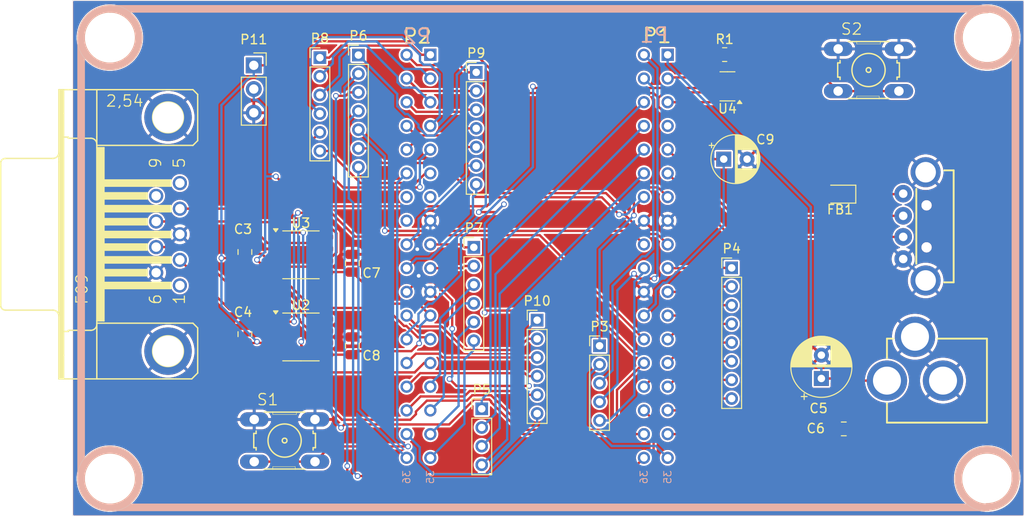
<source format=kicad_pcb>
(kicad_pcb (version 20241229) (generator "pcbnew") (generator_version "9.0")
  (title_block (date "2025-04-01"))
  (layers (0 "F.Cu" signal) (2 "B.Cu" signal) (13 "F.Paste" user) (15 "B.Paste" user) (5 "F.SilkS" user "F.Silkscreen") (7 "B.SilkS" user "B.Silkscreen") (1 "F.Mask" user) (3 "B.Mask" user) (25 "Edge.Cuts" user))
  (net 0 "")
  (net 1 "GND")
  (net 2 "Net-(P1-GND)")
  (net 3 "/USB1.D+")
  (net 4 "/USB1.D-")
  (net 5 "Net-(U1A-VIN_5V)")
  (net 6 "/AIN.VREF+")
  (net 7 "Net-(P4-Pin_5)")
  (net 8 "Net-(P4-Pin_4)")
  (net 9 "Net-(P4-Pin_2)")
  (net 10 "Net-(P4-Pin_3)")
  (net 11 "Net-(P4-Pin_1)")
  (net 12 "Net-(P6-Pin_3)")
  (net 13 "Net-(P6-Pin_1)")
  (net 14 "Net-(P6-Pin_4)")
  (net 15 "Net-(P6-Pin_2)")
  (net 16 "Net-(P7-Pin_6)")
  (net 17 "Net-(P7-Pin_1)")
  (net 18 "Net-(P7-Pin_2)")
  (net 19 "Net-(P7-Pin_4)")
  (net 20 "Net-(P7-Pin_3)")
  (net 21 "Net-(P7-Pin_5)")
  (net 22 "Net-(P4-Pin_6)")
  (net 23 "Net-(P6-Pin_6)")
  (net 24 "Net-(P11-Pin_1)")
  (net 25 "+3V3")
  (net 26 "Net-(U2-CANH)")
  (net 27 "Net-(U2-CANL)")
  (net 28 "Net-(U3-CANL)")
  (net 29 "Net-(U3-CANH)")
  (net 32 "/LCD_RST")
  (net 33 "Net-(S1-P)")
  (net 34 "Net-(S2-P)")
  (net 35 "Net-(U1B-CAN1.TX)")
  (net 36 "Net-(U1B-CAN1.RX)")
  (net 37 "Net-(P4-Pin_7)")
  (net 41 "Net-(U1A-CAN0.TX)")
  (net 42 "Net-(U1A-CAN0.RX)")
  (net 44 "Net-(U1A-USB1.VBUS)")
  (net 45 "Net-(U1A-USB1.DRVVBUS)")
  (net 47 "/LCD_CS")
  (net 48 "Net-(P4-Pin_8)")
  (net 49 "Net-(P8-Pin_6)")
  (net 50 "/SPI2.CS")
  (net 51 "/SPI2.MISO")
  (net 52 "Net-(P8-Pin_4)")
  (net 53 "Net-(P8-Pin_1)")
  (net 54 "/SPI2.CLK")
  (net 55 "Net-(P8-Pin_5)")
  (net 56 "Net-(P8-Pin_3)")
  (net 57 "/LCD_RS")
  (net 58 "Net-(P8-Pin_2)")
  (net 59 "Net-(P9-Pin_6)")
  (net 60 "Net-(P9-Pin_4)")
  (net 61 "Net-(P9-Pin_5)")
  (net 62 "Net-(P9-Pin_1)")
  (net 63 "/SPI2.MOSI")
  (net 64 "Net-(P9-Pin_2)")
  (net 65 "/LCD_RD")
  (net 66 "Net-(P9-Pin_3)")
  (net 67 "/LCD_WR")
  (net 68 "Net-(P6-Pin_7)")
  (net 69 "Net-(P9-Pin_7)")
  (net 70 "Net-(P10-Pin_5)")
  (net 71 "Net-(P10-Pin_2)")
  (net 72 "Net-(P10-Pin_4)")
  (net 73 "Net-(P10-Pin_3)")
  (net 74 "Net-(P10-Pin_1)")
  (net 75 "Net-(P10-Pin_6)")
  (footprint "Capacitor_SMD:C_0805_2012Metric" (layer "F.Cu") (at 175.55 123.3 180)
    (property "Reference" "C6")
    (property "Value" "0.1uF")
  )
  (footprint "Connector_PinHeader_2.00mm:PinHeader_1x06_P2.00mm_Vertical" (layer "F.Cu") (at 119.475 83.525)
    (property "Reference" "P8")
    (property "Value" "GPIO3")
  )
  (footprint "Package_SO:SO-8_3.9x4.9mm_P1.27mm" (layer "F.Cu") (at 117.45 113.45)
    (property "Reference" "U2")
    (property "Value" "MCP2562-E-P")
  )
  (footprint "Connector_PinHeader_2.00mm:PinHeader_1x07_P2.00mm_Vertical" (layer "F.Cu") (at 136.21 85.1)
    (property "Reference" "P9")
    (property "Value" "GPIO4")
  )
  (footprint "Connector_PinHeader_2.00mm:PinHeader_1x05_P2.00mm_Vertical" (layer "F.Cu") (at 149.41 114.4)
    (property "Reference" "P3")
    (property "Value" "LCD Control pins")
  )
  (footprint "catu:USB-A-H" (layer "F.Cu") (at 184.3102 101.6 180)
    (property "Reference" "P1" (hide yes))
    (property "Value" "USB-A-H" (hide yes))
  )
  (footprint "catu:B3F-10XX" (layer "F.Cu") (at 115.7 124.55)
    (property "Reference" "S1")
    (property "Value" "Power")
  )
  (footprint "Connector_PinHeader_2.00mm:PinHeader_1x06_P2.00mm_Vertical" (layer "F.Cu") (at 135.95 103.85)
    (property "Reference" "P7")
    (property "Value" "GPIO2")
  )
  (footprint "Capacitor_THT:CP_Radial_D6.3mm_P2.50mm" (layer "F.Cu") (at 173.15 117.9 90)
    (property "Reference" "C5")
    (property "Value" "47uF")
  )
  (footprint "Capacitor_SMD:C_0805_2012Metric" (layer "F.Cu") (at 111.45 113.15 90)
    (property "Reference" "C4")
    (property "Value" "0.1uF")
  )
  (footprint "catu:POWER_JACK_PTH" (layer "F.Cu") (at 193.8711 118.1287 90)
    (property "Reference" "P2" (hide yes))
    (property "Value" "POWER_JACKPTH" (hide yes))
  )
  (footprint "Resistor_SMD:R_0805_2012Metric" (layer "F.Cu") (at 162.8 83.2)
    (property "Reference" "R1")
    (property "Value" "4.7k")
  )
  (footprint "Capacitor_SMD:C_0805_2012Metric" (layer "F.Cu") (at 122.95 105.55 90)
    (property "Reference" "C7")
    (property "Value" "0.1uF")
  )
  (footprint "Connector_PinHeader_2.00mm:PinHeader_1x06_P2.00mm_Vertical" (layer "F.Cu") (at 142.73 111.65)
    (property "Reference" "P10")
    (property "Value" "GPIO5")
  )
  (footprint "Package_SO:SO-8_3.9x4.9mm_P1.27mm" (layer "F.Cu") (at 117.45 104.65)
    (property "Reference" "U3")
    (property "Value" "MCP2562-E-P")
  )
  (footprint "Connector_PinSocket_2.54mm:PinSocket_1x03_P2.54mm_Vertical" (layer "F.Cu") (at 112.4 84.35)
    (property "Reference" "P11")
    (property "Value" "Supply")
  )
  (footprint "Capacitor_SMD:C_0805_2012Metric" (layer "F.Cu") (at 111.45 104.35 90)
    (property "Reference" "C3")
    (property "Value" "0.1uF")
  )
  (footprint "Connector_PinHeader_2.00mm:PinHeader_1x08_P2.00mm_Vertical" (layer "F.Cu") (at 163.55 106.05)
    (property "Reference" "P4")
    (property "Value" "LCD Data Bus")
  )
  (footprint "Connector_PinHeader_2.00mm:PinHeader_1x04_P2.00mm_Vertical" (layer "F.Cu") (at 136.8 121.15)
    (property "Reference" "P5")
    (property "Value" "LCD SD SPI")
  )
  (footprint "Capacitor_THT:CP_Radial_D5.0mm_P2.50mm" (layer "F.Cu") (at 162.7 94.4)
    (property "Reference" "C9")
    (property "Value" "10uF")
  )
  (footprint "Package_TO_SOT_SMD:SOT-23-5" (layer "F.Cu") (at 163.1 86.6 180)
    (property "Reference" "U4")
    (property "Value" "TPS2051CDBV")
  )
  (footprint "catu:B3F-10XX" (layer "F.Cu") (at 178.2 84.85)
    (property "Reference" "S2")
    (property "Value" "Reset")
  )
  (footprint "Connector_PinHeader_2.00mm:PinHeader_1x07_P2.00mm_Vertical" (layer "F.Cu") (at 123.6 83.25)
    (property "Reference" "P6")
    (property "Value" "GPIO1")
  )
  (footprint "Capacitor_SMD:C_0805_2012Metric" (layer "F.Cu") (at 122.95 114.4 90)
    (property "Reference" "C8")
    (property "Value" "0.1uF")
  )
  (footprint "catu:F09HP" (layer "F.Cu") (at 103.2211 102.45 90)
    (property "Reference" "P12" (hide yes))
    (property "Value" "CAN" (hide yes))
  )
  (footprint "Diode_SMD:D_0805_2012Metric" (layer "F.Cu") (at 175.15 98.15 180)
    (property "Reference" "FB1")
    (property "Value" "FerriteBead")
  )
  (footprint "catu:PocketBeagle2" (layer "B.Cu") (at 142.73 104.81 -90)
    (property "Reference" "U1" (hide yes))
    (property "Value" "PocketBeagle2" (hide yes))
  )
  (gr_arc (start 97.0011 78.2986) (mid 99.178989 83.556489) (end 93.9211 81.3786) (stroke (width 0.8)) (layer "F.SilkS"))
  (gr_arc (start 193.9211 81.3786) (mid 188.765638 83.514062) (end 190.9011 78.3586) (stroke (width 0.8)) (layer "F.SilkS"))
  (gr_arc (start 93.9211 128.6286) (mid 99.178989 126.450711) (end 97.0011 131.7086) (stroke (width 0.8)) (layer "F.SilkS"))
  (gr_line (start 190.9011 131.7086) (end 190.9011 131.7086) (stroke (width 0.8)) (layer "F.SilkS"))
  (gr_arc (start 93.9211 81.3786) (mid 94.823211 79.200711) (end 97.0011 78.2986) (stroke (width 0.8)) (layer "F.SilkS"))
  (gr_arc (start 190.9011 78.2986) (mid 193.078989 79.200711) (end 193.9811 81.3786) (stroke (width 0.8)) (layer "F.SilkS"))
  (gr_arc (start 190.9011 131.7086) (mid 188.723211 126.450711) (end 193.9811 128.6286) (stroke (width 0.8)) (layer "F.SilkS"))
  (gr_arc (start 193.9211 128.6286) (mid 193.036562 130.764062) (end 190.9011 131.6486) (stroke (width 0.8)) (layer "F.SilkS"))
  (gr_arc (start 97.0011 131.7086) (mid 94.823211 130.806489) (end 93.9211 128.6286) (stroke (width 0.8)) (layer "F.SilkS"))
  (gr_line (start 193.9211 128.6286) (end 193.9211 81.3786) (stroke (width 0.8128)) (layer "B.SilkS"))
  (gr_line (start 97.0011 131.7086) (end 190.9011 131.7086) (stroke (width 0.8128)) (layer "B.SilkS"))
  (gr_arc (start 190.9011 78.2986) (mid 193.078989 79.200711) (end 193.9811 81.3786) (stroke (width 0.8128)) (layer "B.SilkS"))
  (gr_arc (start 93.9211 81.3786) (mid 94.823211 79.200711) (end 97.0011 78.2986) (stroke (width 0.8128)) (layer "B.SilkS"))
  (gr_arc (start 97.0011 78.2986) (mid 99.178989 83.556489) (end 93.9211 81.3786) (stroke (width 0.8128)) (layer "B.SilkS"))
  (gr_arc (start 193.9211 128.6286) (mid 193.036562 130.764062) (end 190.9011 131.6486) (stroke (width 0.8128)) (layer "B.SilkS"))
  (gr_line (start 190.9011 78.2986) (end 97.0011 78.2986) (stroke (width 0.8128)) (layer "B.SilkS"))
  (gr_arc (start 193.9211 81.3786) (mid 188.765638 83.514062) (end 190.9011 78.3586) (stroke (width 0.8128)) (layer "B.SilkS"))
  (gr_arc (start 190.9011 131.7086) (mid 188.723211 126.450711) (end 193.9811 128.6286) (stroke (width 0.8128)) (layer "B.SilkS"))
  (gr_line (start 93.9211 81.3786) (end 93.9211 128.6286) (stroke (width 0.8128)) (layer "B.SilkS"))
  (gr_arc (start 97.0011 131.7086) (mid 94.823211 130.806489) (end 93.9211 128.6286) (stroke (width 0.8128)) (layer "B.SilkS"))
  (gr_arc (start 93.9211 128.6286) (mid 99.178989 126.450711) (end 97.0011 131.7086) (stroke (width 0.8128)) (layer "B.SilkS"))
  (gr_line (start 93.0011 77.3786) (end 194.8411 77.3786) (stroke (width 0.0254)) (layer "Edge.Cuts"))
  (gr_line (start 194.8411 132.6286) (end 93.0011 132.6286) (stroke (width 0.0254)) (layer "Edge.Cuts"))
  (gr_circle (center 97.0011 128.6286) (end 100.5011 128.6286) (stroke (width 0.0254)) (fill no) (layer "Edge.Cuts"))
  (gr_line (start 194.8411 77.3786) (end 194.8411 132.6286) (stroke (width 0.0254)) (layer "Edge.Cuts"))
  (gr_circle (center 97.0011 81.3786) (end 100.5011 81.3786) (stroke (width 0.0254)) (fill no) (layer "Edge.Cuts"))
  (gr_line (start 93.0011 132.6286) (end 93.0011 77.3786) (stroke (width 0.0254)) (layer "Edge.Cuts"))
  (gr_circle (center 190.9011 128.6286) (end 194.4011 128.6286) (stroke (width 0.0254)) (fill no) (layer "Edge.Cuts"))
  (gr_circle (center 190.9011 81.3786) (end 194.4011 81.3786) (stroke (width 0.0254)) (fill no) (layer "Edge.Cuts"))
  (segment (start 129.9 104.05) (end 129.35 104.6) (width 0.25) (layer "F.Cu") (net 1))
  (segment (start 130.05 106.9) (end 130.05 104.2) (width 0.25) (layer "F.Cu") (net 1))
  (segment (start 130.05 104.2) (end 129.9 104.05) (width 0.25) (layer "F.Cu") (net 1))
  (segment (start 129.35 104.6) (end 122.95 104.6) (width 0.25) (layer "F.Cu") (net 1))
  (via (at 129.9 104.05) (size 0.6) (drill 0.4) (layers "F.Cu" "B.Cu") (net 1))
  (via (at 130.05 106.9) (size 0.6) (drill 0.4) (layers "F.Cu" "B.Cu") (net 1))
  (segment (start 131.3 102.15407) (end 129.9 103.55407) (width 0.25) (layer "B.Cu") (net 1))
  (segment (start 131.3 108.62) (end 130.05 107.37) (width 0.25) (layer "B.Cu") (net 1))
  (segment (start 129.9 103.55407) (end 129.9 104.05) (width 0.25) (layer "B.Cu") (net 1))
  (segment (start 131.3 101) (end 131.3 102.15407) (width 0.25) (layer "B.Cu") (net 1))
  (segment (start 130.05 107.37) (end 130.05 106.9) (width 0.25) (layer "B.Cu") (net 1))
  (segment (start 181.8602 98.15) (end 181.9102 98.1) (width 0.25) (layer "F.Cu") (net 2))
  (segment (start 176.0875 98.15) (end 181.8602 98.15) (width 0.25) (layer "F.Cu") (net 2))
  (segment (start 163.507 102.727) (end 181.9102 102.727) (width 0.25) (layer "F.Cu") (net 3))
  (segment (start 156.7 95.92) (end 163.507 102.727) (width 0.25) (layer "F.Cu") (net 3))
  (segment (start 156.7 93.38) (end 163.793 100.473) (width 0.25) (layer "F.Cu") (net 4))
  (segment (start 163.793 100.473) (end 181.9102 100.473) (width 0.25) (layer "F.Cu") (net 4))
  (segment (start 180.1711 118.1287) (end 176.5 118.1287) (width 0.25) (layer "F.Cu") (net 5))
  (segment (start 173.15 117.9) (end 174.2767 117.9) (width 0.25) (layer "F.Cu") (net 5))
  (segment (start 176.5 118.1287) (end 174.5054 118.1287) (width 0.25) (layer "F.Cu") (net 5))
  (segment (start 174.5054 118.1287) (end 174.2767 117.9) (width 0.25) (layer "F.Cu") (net 5))
  (segment (start 176.5 118.1287) (end 176.5 123.3) (width 0.25) (layer "F.Cu") (net 5))
  (segment (start 172.0233 115.9284) (end 172.8682 116.7733) (width 0.25) (layer "B.Cu") (net 5))
  (segment (start 156.7 84.2007) (end 172.0233 99.524) (width 0.25) (layer "B.Cu") (net 5))
  (segment (start 173.15 117.9) (end 173.15 116.7733) (width 0.25) (layer "B.Cu") (net 5))
  (segment (start 156.7 83.22) (end 156.7 84.2007) (width 0.25) (layer "B.Cu") (net 5))
  (segment (start 172.0233 99.524) (end 172.0233 115.9284) (width 0.25) (layer "B.Cu") (net 5))
  (segment (start 172.8682 116.7733) (end 173.15 116.7733) (width 0.25) (layer "B.Cu") (net 5))
  (segment (start 154.16 103.54) (end 152.7032 102.0832) (width 0.25) (layer "F.Cu") (net 6))
  (segment (start 126.4246 102.0832) (end 126.4246 102.0831) (width 0.25) (layer "F.Cu") (net 6))
  (segment (start 152.7032 102.0832) (end 126.4246 102.0832) (width 0.25) (layer "F.Cu") (net 6))
  (via (at 126.4246 102.0831) (size 0.6) (drill 0.4) (layers "F.Cu" "B.Cu") (net 6))
  (segment (start 123.6 91.25) (end 126.4246 94.0746) (width 0.25) (layer "B.Cu") (net 6))
  (segment (start 126.4246 94.0746) (end 126.4246 102.0831) (width 0.25) (layer "B.Cu") (net 6))
  (segment (start 158.89 114.05) (end 163.55 114.05) (width 0.25) (layer "F.Cu") (net 7))
  (segment (start 156.7 116.24) (end 158.89 114.05) (width 0.25) (layer "F.Cu") (net 7))
  (segment (start 158.35 112.05) (end 163.55 112.05) (width 0.25) (layer "F.Cu") (net 8))
  (segment (start 156.7 113.7) (end 158.35 112.05) (width 0.25) (layer "F.Cu") (net 8))
  (segment (start 156.7 108.62) (end 161.9783 108.62) (width 0.25) (layer "F.Cu") (net 9))
  (segment (start 161.9783 108.62) (end 162.5483 108.05) (width 0.25) (layer "F.Cu") (net 9))
  (segment (start 163.55 108.05) (end 162.5483 108.05) (width 0.25) (layer "F.Cu") (net 9))
  (segment (start 161.4383 111.16) (end 162.5483 110.05) (width 0.25) (layer "F.Cu") (net 10))
  (segment (start 163.55 110.05) (end 162.5483 110.05) (width 0.25) (layer "F.Cu") (net 10))
  (segment (start 156.7 111.16) (end 161.4383 111.16) (width 0.25) (layer "F.Cu") (net 10))
  (segment (start 162.5183 106.08) (end 162.5483 106.05) (width 0.25) (layer "F.Cu") (net 11))
  (segment (start 156.7 106.08) (end 162.5183 106.08) (width 0.25) (layer "F.Cu") (net 11))
  (segment (start 163.55 106.05) (end 162.5483 106.05) (width 0.25) (layer "F.Cu") (net 11))
  (segment (start 135.9896 120.1483) (end 133.3126 122.8253) (width 0.25) (layer "F.Cu") (net 12))
  (segment (start 121.19 87.6165) (end 122.2318 87.6165) (width 0.25) (layer "F.Cu") (net 12))
  (segment (start 141.2208 123.86) (end 137.8017 120.4409) (width 0.25) (layer "F.Cu") (net 12))
  (segment (start 122.0984 122.8253) (end 121.7421 123.1816) (width 0.25) (layer "F.Cu") (net 12))
  (segment (start 137.8017 120.4409) (end 137.8017 120.3396) (width 0.25) (layer "F.Cu") (net 12))
  (segment (start 137.6104 120.1483) (end 135.9896 120.1483) (width 0.25) (layer "F.Cu") (net 12))
  (segment (start 123.6 87.25) (end 122.5983 87.25) (width 0.25) (layer "F.Cu") (net 12))
  (segment (start 133.3126 122.8253) (end 122.0984 122.8253) (width 0.25) (layer "F.Cu") (net 12))
  (segment (start 137.8017 120.3396) (end 137.6104 120.1483) (width 0.25) (layer "F.Cu") (net 12))
  (segment (start 122.2318 87.6165) (end 122.5983 87.25) (width 0.25) (layer "F.Cu") (net 12))
  (segment (start 154.16 123.86) (end 141.2208 123.86) (width 0.25) (layer "F.Cu") (net 12))
  (via (at 121.7421 123.1816) (size 0.6) (drill 0.4) (layers "F.Cu" "B.Cu") (net 12))
  (via (at 121.19 87.6165) (size 0.6) (drill 0.4) (layers "F.Cu" "B.Cu") (net 12))
  (segment (start 121.7421 123.1816) (end 121.19 122.6295) (width 0.25) (layer "B.Cu") (net 12))
  (segment (start 121.19 122.6295) (end 121.19 87.6165) (width 0.25) (layer "B.Cu") (net 12))
  (segment (start 154.6013 115.228) (end 153.1809 115.228) (width 0.25) (layer "F.Cu") (net 13))
  (segment (start 137.3234 110.625) (end 137.1082 110.8402) (width 0.25) (layer "F.Cu") (net 13))
  (segment (start 138.334 100.0767) (end 139.1774 99.2333) (width 0.25) (layer "F.Cu") (net 13))
  (segment (start 136.4843 100.0767) (end 138.334 100.0767) (width 0.25) (layer "F.Cu") (net 13))
  (segment (start 154.16 118.78) (end 155.1407 117.7993) (width 0.25) (layer "F.Cu") (net 13))
  (segment (start 155.1407 117.7993) (end 155.1407 115.7674) (width 0.25) (layer "F.Cu") (net 13))
  (segment (start 148.5779 110.625) (end 137.3234 110.625) (width 0.25) (layer "F.Cu") (net 13))
  (segment (start 153.1809 115.228) (end 148.5779 110.625) (width 0.25) (layer "F.Cu") (net 13))
  (segment (start 155.1407 115.7674) (end 154.6013 115.228) (width 0.25) (layer "F.Cu") (net 13))
  (via (at 137.1082 110.8402) (size 0.6) (drill 0.4) (layers "F.Cu" "B.Cu") (net 13))
  (via (at 139.1774 99.2333) (size 0.6) (drill 0.4) (layers "F.Cu" "B.Cu") (net 13))
  (via (at 136.4843 100.0767) (size 0.6) (drill 0.4) (layers "F.Cu" "B.Cu") (net 13))
  (segment (start 134.1382 85.3466) (end 135.3865 84.0983) (width 0.25) (layer "B.Cu") (net 13))
  (segment (start 137.0584 84.0983) (end 137.2318 84.2717) (width 0.25) (layer "B.Cu") (net 13))
  (segment (start 127.7519 88.7163) (end 128.6056 89.57) (width 0.25) (layer "B.Cu") (net 13))
  (segment (start 137.2318 84.2717) (end 137.2318 99.3292) (width 0.25) (layer "B.Cu") (net 13))
  (segment (start 137.1082 101.3025) (end 139.1774 99.2333) (width 0.25) (layer "B.Cu") (net 13))
  (segment (start 135.3865 84.0983) (end 137.0584 84.0983) (width 0.25) (layer "B.Cu") (net 13))
  (segment (start 130.03 90.9881) (end 130.9169 91.875) (width 0.25) (layer "B.Cu") (net 13))
  (segment (start 137.2318 99.3292) (end 136.4843 100.0767) (width 0.25) (layer "B.Cu") (net 13))
  (segment (start 137.1082 110.8402) (end 137.1082 101.3025) (width 0.25) (layer "B.Cu") (net 13))
  (segment (start 128.889 89.57) (end 130.03 90.711) (width 0.25) (layer "B.Cu") (net 13))
  (segment (start 127.7519 87.4019) (end 127.7519 88.7163) (width 0.25) (layer "B.Cu") (net 13))
  (segment (start 130.03 90.711) (end 130.03 90.9881) (width 0.25) (layer "B.Cu") (net 13))
  (segment (start 130.9169 91.875) (end 131.7155 91.875) (width 0.25) (layer "B.Cu") (net 13))
  (segment (start 123.6 83.25) (end 127.7519 87.4019) (width 0.25) (layer "B.Cu") (net 13))
  (segment (start 128.6056 89.57) (end 128.889 89.57) (width 0.25) (layer "B.Cu") (net 13))
  (segment (start 134.1382 89.4523) (end 134.1382 85.3466) (width 0.25) (layer "B.Cu") (net 13))
  (segment (start 131.7155 91.875) (end 134.1382 89.4523) (width 0.25) (layer "B.Cu") (net 13))
  (segment (start 152.2088 128.3512) (end 154.16 126.4) (width 0.25) (layer "F.Cu") (net 14))
  (segment (start 123.5139 128.3512) (end 152.2088 128.3512) (width 0.25) (layer "F.Cu") (net 14))
  (via (at 123.5139 128.3512) (size 0.6) (drill 0.4) (layers "F.Cu" "B.Cu") (net 14))
  (segment (start 123.0314 99.0598) (end 122.5734 98.6018) (width 0.25) (layer "B.Cu") (net 14))
  (segment (start 123.5139 128.3512) (end 123.0314 127.8687) (width 0.25) (layer "B.Cu") (net 14))
  (segment (start 122.5734 98.6018) (end 122.5734 90.2766) (width 0.25) (layer "B.Cu") (net 14))
  (segment (start 122.5734 90.2766) (end 123.6 89.25) (width 0.25) (layer "B.Cu") (net 14))
  (segment (start 123.0314 127.8687) (end 123.0314 99.0598) (width 0.25) (layer "B.Cu") (net 14))
  (segment (start 155.1952 122.3552) (end 155.1952 126.7589) (width 0.25) (layer "F.Cu") (net 15))
  (segment (start 152.9431 129.011) (end 123.2452 129.011) (width 0.25) (layer "F.Cu") (net 15))
  (segment (start 122.4047 128.1705) (end 122.4047 127.2778) (width 0.25) (layer "F.Cu") (net 15))
  (segment (start 123.2452 129.011) (end 122.4047 128.1705) (width 0.25) (layer "F.Cu") (net 15))
  (segment (start 155.1952 126.7589) (end 152.9431 129.011) (width 0.25) (layer "F.Cu") (net 15))
  (segment (start 154.16 121.32) (end 155.1952 122.3552) (width 0.25) (layer "F.Cu") (net 15))
  (via (at 122.4047 127.2778) (size 0.6) (drill 0.4) (layers "F.Cu" "B.Cu") (net 15))
  (segment (start 122.4047 127.2778) (end 122.4047 122.9579) (width 0.25) (layer "B.Cu") (net 15))
  (segment (start 122.1081 122.6613) (end 122.1081 86.7419) (width 0.25) (layer "B.Cu") (net 15))
  (segment (start 122.1081 86.7419) (end 123.6 85.25) (width 0.25) (layer "B.Cu") (net 15))
  (segment (start 122.4047 122.9579) (end 122.1081 122.6613) (width 0.25) (layer "B.Cu") (net 15))
  (segment (start 131.3 126.4) (end 134.9483 122.7517) (width 0.25) (layer "B.Cu") (net 16))
  (segment (start 135.95 113.85) (end 135.95 114.8517) (width 0.25) (layer "B.Cu") (net 16))
  (segment (start 134.9483 122.7517) (end 134.9483 115.8534) (width 0.25) (layer "B.Cu") (net 16))
  (segment (start 134.9483 115.8534) (end 135.95 114.8517) (width 0.25) (layer "B.Cu") (net 16))
  (segment (start 131.3 103.54) (end 134.6383 103.54) (width 0.25) (layer "F.Cu") (net 17))
  (segment (start 135.95 103.85) (end 134.9483 103.85) (width 0.25) (layer "F.Cu") (net 17))
  (segment (start 134.6383 103.54) (end 134.9483 103.85) (width 0.25) (layer "F.Cu") (net 17))
  (segment (start 131.3 106.08) (end 134.7183 106.08) (width 0.25) (layer "F.Cu") (net 18))
  (segment (start 134.7183 106.08) (end 134.9483 105.85) (width 0.25) (layer "F.Cu") (net 18))
  (segment (start 135.95 105.85) (end 134.9483 105.85) (width 0.25) (layer "F.Cu") (net 18))
  (segment (start 132.729 119.891) (end 131.3 121.32) (width 0.25) (layer "B.Cu") (net 19))
  (segment (start 132.729 117.6962) (end 132.729 119.891) (width 0.25) (layer "B.Cu") (net 19))
  (segment (start 134.9483 109.85) (end 132.8683 111.93) (width 0.25) (layer "B.Cu") (net 19))
  (segment (start 132.8683 111.93) (end 132.8683 117.5569) (width 0.25) (layer "B.Cu") (net 19))
  (segment (start 135.95 109.85) (end 134.9483 109.85) (width 0.25) (layer "B.Cu") (net 19))
  (segment (start 132.8683 117.5569) (end 132.729 117.6962) (width 0.25) (layer "B.Cu") (net 19))
  (segment (start 132.3403 117.4461) (end 131.3 118.4864) (width 0.25) (layer "B.Cu") (net 20))
  (segment (start 135.95 107.85) (end 132.3403 111.4597) (width 0.25) (layer "B.Cu") (net 20))
  (segment (start 132.3403 111.4597) (end 132.3403 117.4461) (width 0.25) (layer "B.Cu") (net 20))
  (segment (start 131.3 118.4864) (end 131.3 118.78) (width 0.25) (layer "B.Cu") (net 20))
  (segment (start 134.3226 120.8374) (end 134.3226 113.4774) (width 0.25) (layer "B.Cu") (net 21))
  (segment (start 131.3 123.86) (end 134.3226 120.8374) (width 0.25) (layer "B.Cu") (net 21))
  (segment (start 134.3226 113.4774) (end 135.95 111.85) (width 0.25) (layer "B.Cu") (net 21))
  (segment (start 159.43 116.05) (end 163.55 116.05) (width 0.25) (layer "F.Cu") (net 22))
  (segment (start 156.7 118.78) (end 159.43 116.05) (width 0.25) (layer "F.Cu") (net 22))
  (segment (start 156.7 103.54) (end 155.5893 102.4293) (width 0.25) (layer "F.Cu") (net 23))
  (segment (start 150.0907 98.0386) (end 138.1024 98.0386) (width 0.25) (layer "F.Cu") (net 23))
  (segment (start 138.1024 98.0386) (end 137.696 98.445) (width 0.25) (layer "F.Cu") (net 23))
  (segment (start 132.4701 94.8092) (end 126.1609 94.8092) (width 0.25) (layer "F.Cu") (net 23))
  (segment (start 152.1279 100.0758) (end 150.0907 98.0386) (width 0.25) (layer "F.Cu") (net 23))
  (segment (start 126.1609 94.8092) (end 124.6017 93.25) (width 0.25) (layer "F.Cu") (net 23))
  (segment (start 136.1059 98.445) (end 132.4701 94.8092) (width 0.25) (layer "F.Cu") (net 23))
  (segment (start 154.1911 102.4293) (end 152.1279 100.3661) (width 0.25) (layer "F.Cu") (net 23))
  (segment (start 137.696 98.445) (end 136.1059 98.445) (width 0.25) (layer "F.Cu") (net 23))
  (segment (start 152.1279 100.3661) (end 152.1279 100.0758) (width 0.25) (layer "F.Cu") (net 23))
  (segment (start 123.6 93.25) (end 124.6017 93.25) (width 0.25) (layer "F.Cu") (net 23))
  (segment (start 155.5893 102.4293) (end 154.1911 102.4293) (width 0.25) (layer "F.Cu") (net 23))
  (segment (start 112.7428 113.9595) (end 112.7428 114.085) (width 0.25) (layer "F.Cu") (net 24))
  (segment (start 155.7112 87.8388) (end 155.1917 87.3193) (width 0.25) (layer "F.Cu") (net 24))
  (segment (start 155.1917 87.3193) (end 140.2899 87.3193) (width 0.25) (layer "F.Cu") (net 24))
  (segment (start 161.5733 94.4) (end 161.5733 94.2592) (width 0.25) (layer "F.Cu") (net 24))
  (segment (start 112.7428 114.085) (end 114.875 114.085) (width 0.25) (layer "F.Cu") (net 24))
  (segment (start 156.3019 87.2481) (end 161.6606 87.2481) (width 0.25) (layer "F.Cu") (net 24))
  (segment (start 111.45 105.3) (end 112.2103 104.5397) (width 0.25) (layer "F.Cu") (net 24))
  (segment (start 108.9364 105.0032) (end 111.1532 105.0032) (width 0.25) (layer "F.Cu") (net 24))
  (segment (start 134.7489 81.7783) (end 116.1484 81.7783) (width 0.25) (layer "F.Cu") (net 24))
  (segment (start 112.4 84.35) (end 113.5767 84.35) (width 0.25) (layer "F.Cu") (net 24))
  (segment (start 113.2669 104.5397) (end 114.0122 105.285) (width 0.25) (layer "F.Cu") (net 24))
  (segment (start 161.6606 87.2481) (end 161.9625 87.55) (width 0.25) (layer "F.Cu") (net 24))
  (segment (start 112.7428 114.085) (end 112.7278 114.1) (width 0.25) (layer "F.Cu") (net 24))
  (segment (start 156.8841 89.57) (end 156.52 89.57) (width 0.25) (layer "F.Cu") (net 24))
  (segment (start 111.1532 105.0032) (end 111.45 105.3) (width 0.25) (layer "F.Cu") (net 24))
  (segment (start 162.7 94.4) (end 161.5733 94.4) (width 0.25) (layer "F.Cu") (net 24))
  (segment (start 155.7112 87.8388) (end 156.3019 87.2481) (width 0.25) (layer "F.Cu") (net 24))
  (segment (start 116.1484 81.7783) (end 113.5767 84.35) (width 0.25) (layer "F.Cu") (net 24))
  (segment (start 140.2899 87.3193) (end 134.7489 81.7783) (width 0.25) (layer "F.Cu") (net 24))
  (segment (start 161.5733 94.2592) (end 156.8841 89.57) (width 0.25) (layer "F.Cu") (net 24))
  (segment (start 114.0122 105.285) (end 114.875 105.285) (width 0.25) (layer "F.Cu") (net 24))
  (segment (start 155.7112 88.7612) (end 155.7112 87.8388) (width 0.25) (layer "F.Cu") (net 24))
  (segment (start 156.52 89.57) (end 155.7112 88.7612) (width 0.25) (layer "F.Cu") (net 24))
  (segment (start 112.7278 114.1) (end 111.45 114.1) (width 0.25) (layer "F.Cu") (net 24))
  (segment (start 112.2103 104.5397) (end 113.2669 104.5397) (width 0.25) (layer "F.Cu") (net 24))
  (via (at 112.7428 113.9595) (size 0.6) (drill 0.4) (layers "F.Cu" "B.Cu") (net 24))
  (via (at 108.9364 105.0032) (size 0.6) (drill 0.4) (layers "F.Cu" "B.Cu") (net 24))
  (segment (start 112.4 84.35) (end 112.4 85.5267) (width 0.25) (layer "B.Cu") (net 24))
  (segment (start 155.43 108.4522) (end 156.2429 107.6393) (width 0.25) (layer "B.Cu") (net 24))
  (segment (start 108.9364 88.6226) (end 108.9364 105.0032) (width 0.25) (layer "B.Cu") (net 24))
  (segment (start 156.2429 107.6393) (end 156.5542 107.6393) (width 0.25) (layer "B.Cu") (net 24))
  (segment (start 112.4 85.5267) (end 112.0323 85.5267) (width 0.25) (layer "B.Cu") (net 24))
  (segment (start 155.43 109.89) (end 155.43 108.4522) (width 0.25) (layer "B.Cu") (net 24))
  (segment (start 156.5542 107.6393) (end 162.7 101.4935) (width 0.25) (layer "B.Cu") (net 24))
  (segment (start 112.0323 85.5267) (end 108.9364 88.6226) (width 0.25) (layer "B.Cu") (net 24))
  (segment (start 108.9364 110.1531) (end 112.7428 113.9595) (width 0.25) (layer "B.Cu") (net 24))
  (segment (start 108.9364 105.0032) (end 108.9364 110.1531) (width 0.25) (layer "B.Cu") (net 24))
  (segment (start 154.16 111.16) (end 155.43 109.89) (width 0.25) (layer "B.Cu") (net 24))
  (segment (start 162.7 101.4935) (end 162.7 94.4) (width 0.25) (layer "B.Cu") (net 24))
  (segment (start 113.4795 105.92) (end 112.7428 105.1833) (width 0.25) (layer "F.Cu") (net 25))
  (segment (start 130.0285 109.8885) (end 126.3385 109.8885) (width 0.25) (layer "F.Cu") (net 25))
  (segment (start 131.3 111.16) (end 130.0285 109.8885) (width 0.25) (layer "F.Cu") (net 25))
  (segment (start 117.9697 99.45) (end 114.7674 96.2477) (width 0.25) (layer "F.Cu") (net 25))
  (segment (start 129.2669 114.97) (end 130.0983 114.1386) (width 0.25) (layer "F.Cu") (net 25))
  (segment (start 122.95 115.35) (end 123.33 114.97) (width 0.25) (layer "F.Cu") (net 25))
  (segment (start 120.03 115.35) (end 122.95 115.35) (width 0.25) (layer "F.Cu") (net 25))
  (segment (start 138.0249 98.7549) (end 138.0249 98.755) (width 0.25) (layer "F.Cu") (net 25))
  (segment (start 120.025 115.355) (end 120.03 115.35) (width 0.25) (layer "F.Cu") (net 25))
  (segment (start 119.39 105.92) (end 113.4795 105.92) (width 0.25) (layer "F.Cu") (net 25))
  (segment (start 138.0249 98.755) (end 137.3299 99.45) (width 0.25) (layer "F.Cu") (net 25))
  (segment (start 138.2895 98.4903) (end 138.0249 98.7549) (width 0.25) (layer "F.Cu") (net 25))
  (segment (start 122.95 106.5) (end 120.08 106.5) (width 0.25) (layer "F.Cu") (net 25))
  (segment (start 137.3299 99.45) (end 117.9697 99.45) (width 0.25) (layer "F.Cu") (net 25))
  (segment (start 126.3385 109.8885) (end 122.95 106.5) (width 0.25) (layer "F.Cu") (net 25))
  (segment (start 120.08 106.5) (end 120.025 106.555) (width 0.25) (layer "F.Cu") (net 25))
  (segment (start 120.025 106.555) (end 119.39 105.92) (width 0.25) (layer "F.Cu") (net 25))
  (segment (start 123.33 114.97) (end 129.2669 114.97) (width 0.25) (layer "F.Cu") (net 25))
  (segment (start 151.5012 100.3354) (end 149.6561 98.4903) (width 0.25) (layer "F.Cu") (net 25))
  (segment (start 149.6561 98.4903) (end 138.2895 98.4903) (width 0.25) (layer "F.Cu") (net 25))
  (via (at 130.0983 114.1386) (size 0.6) (drill 0.4) (layers "F.Cu" "B.Cu") (net 25))
  (via (at 151.5012 100.3354) (size 0.6) (drill 0.4) (layers "F.Cu" "B.Cu") (net 25))
  (via (at 112.7428 105.1833) (size 0.6) (drill 0.4) (layers "F.Cu" "B.Cu") (net 25))
  (via (at 114.7674 96.2477) (size 0.6) (drill 0.4) (layers "F.Cu" "B.Cu") (net 25))
  (segment (start 131.3 111.1621) (end 131.3 111.16) (width 0.25) (layer "B.Cu") (net 25))
  (segment (start 130.1909 112.2712) (end 131.3 111.1621) (width 0.25) (layer "B.Cu") (net 25))
  (segment (start 113.6166 104.3095) (end 112.7428 105.1833) (width 0.25) (layer "B.Cu") (net 25))
  (segment (start 114.7674 96.2477) (end 113.6166 96.2477) (width 0.25) (layer "B.Cu") (net 25))
  (segment (start 113.6166 88.9156) (end 113.6166 96.2477) (width 0.25) (layer "B.Cu") (net 25))
  (segment (start 154.16 98.46) (end 152.2846 100.3354) (width 0.25) (layer "B.Cu") (net 25))
  (segment (start 112.4 86.89) (end 112.4 88.0667) (width 0.25) (layer "B.Cu") (net 25))
  (segment (start 113.6166 96.2477) (end 113.6166 104.3095) (width 0.25) (layer "B.Cu") (net 25))
  (segment (start 130.1909 114.046) (end 130.1909 112.2712) (width 0.25) (layer "B.Cu") (net 25))
  (segment (start 152.2846 100.3354) (end 151.5012 100.3354) (width 0.25) (layer "B.Cu") (net 25))
  (segment (start 130.0983 114.1386) (end 130.1909 114.046) (width 0.25) (layer "B.Cu") (net 25))
  (segment (start 112.7677 88.0667) (end 113.6166 88.9156) (width 0.25) (layer "B.Cu") (net 25))
  (segment (start 112.4 88.0667) (end 112.7677 88.0667) (width 0.25) (layer "B.Cu") (net 25))
  (segment (start 115.6842 108.9121) (end 110.7881 108.9121) (width 0.25) (layer "F.Cu") (net 26))
  (segment (start 105.6976 103.8216) (end 101.9511 103.8216) (width 0.25) (layer "F.Cu") (net 26))
  (segment (start 119.5871 112.815) (end 115.6842 108.9121) (width 0.25) (layer "F.Cu") (net 26))
  (segment (start 110.7881 108.9121) (end 105.6976 103.8216) (width 0.25) (layer "F.Cu") (net 26))
  (segment (start 120.025 112.815) (end 119.5871 112.815) (width 0.25) (layer "F.Cu") (net 26))
  (segment (start 119.6762 114.085) (end 117.3378 111.7466) (width 0.25) (layer "F.Cu") (net 27))
  (segment (start 120.025 114.085) (end 119.6762 114.085) (width 0.25) (layer "F.Cu") (net 27))
  (segment (start 109.7813 110.4834) (end 104.4911 105.1932) (width 0.25) (layer "F.Cu") (net 27))
  (segment (start 117.3378 111.5539) (end 116.2673 110.4834) (width 0.25) (layer "F.Cu") (net 27))
  (segment (start 117.3378 111.7466) (end 117.3378 111.5539) (width 0.25) (layer "F.Cu") (net 27))
  (segment (start 116.2673 110.4834) (end 109.7813 110.4834) (width 0.25) (layer "F.Cu") (net 27))
  (segment (start 112.2776 101.1497) (end 120.0518 101.1497) (width 0.25) (layer "F.Cu") (net 28))
  (segment (start 110.8347 99.7068) (end 112.2776 101.1497) (width 0.25) (layer "F.Cu") (net 28))
  (segment (start 121.2499 102.3478) (end 121.2499 104.3869) (width 0.25) (layer "F.Cu") (net 28))
  (segment (start 121.2499 104.3869) (end 120.3518 105.285) (width 0.25) (layer "F.Cu") (net 28))
  (segment (start 120.3518 105.285) (end 120.025 105.285) (width 0.25) (layer "F.Cu") (net 28))
  (segment (start 120.0518 101.1497) (end 121.2499 102.3478) (width 0.25) (layer "F.Cu") (net 28))
  (segment (start 104.4911 99.7068) (end 110.8347 99.7068) (width 0.25) (layer "F.Cu") (net 28))
  (segment (start 119.39 103.38) (end 120.025 104.015) (width 0.25) (layer "F.Cu") (net 29))
  (segment (start 111.5675 101.0784) (end 113.8691 103.38) (width 0.25) (layer "F.Cu") (net 29))
  (segment (start 101.9511 101.0784) (end 111.5675 101.0784) (width 0.25) (layer "F.Cu") (net 29))
  (segment (start 113.8691 103.38) (end 119.39 103.38) (width 0.25) (layer "F.Cu") (net 29))
  (segment (start 153.1354 119.6763) (end 153.1354 107.5189) (width 0.25) (layer "B.Cu") (net 32))
  (segment (start 154.16 106.4943) (end 154.16 106.08) (width 0.25) (layer "B.Cu") (net 32))
  (segment (start 153.1354 107.5189) (end 154.16 106.4943) (width 0.25) (layer "B.Cu") (net 32))
  (segment (start 149.41 122.4) (end 150.4117 122.4) (width 0.25) (layer "B.Cu") (net 32))
  (segment (start 150.4117 122.4) (end 153.1354 119.6763) (width 0.25) (layer "B.Cu") (net 32))
  (segment (start 118.9512 126.8106) (end 112.4488 126.8106) (width 0.25) (layer "F.Cu") (net 33))
  (segment (start 120.5811 125.1807) (end 118.9512 126.8106) (width 0.25) (layer "F.Cu") (net 33))
  (segment (start 128.9122 125.1807) (end 120.5811 125.1807) (width 0.25) (layer "F.Cu") (net 33))
  (via (at 128.9122 125.1807) (size 0.6) (drill 0.4) (layers "F.Cu" "B.Cu") (net 33))
  (segment (start 127.7517 124.2386) (end 128.6938 125.1807) (width 0.25) (layer "B.Cu") (net 33))
  (segment (start 128.6938 125.1807) (end 128.9122 125.1807) (width 0.25) (layer "B.Cu") (net 33))
  (segment (start 128.76 95.92) (end 127.7517 96.9283) (width 0.25) (layer "B.Cu") (net 33))
  (segment (start 127.7517 96.9283) (end 127.7517 124.2386) (width 0.25) (layer "B.Cu") (net 33))
  (segment (start 181.4512 87.1106) (end 174.9488 87.1106) (width 0.25) (layer "F.Cu") (net 34))
  (segment (start 163.4591 84.9806) (end 172.8188 84.9806) (width 0.25) (layer "F.Cu") (net 34))
  (segment (start 162.226 86.7754) (end 163.2477 85.7537) (width 0.25) (layer "F.Cu") (net 34))
  (segment (start 163.2477 85.192) (end 163.4591 84.9806) (width 0.25) (layer "F.Cu") (net 34))
  (segment (start 163.2477 85.7537) (end 163.2477 85.192) (width 0.25) (layer "F.Cu") (net 34))
  (segment (start 142.4341 86.7754) (end 162.226 86.7754) (width 0.25) (layer "F.Cu") (net 34))
  (segment (start 142.2723 86.6136) (end 142.4341 86.7754) (width 0.25) (layer "F.Cu") (net 34))
  (segment (start 172.8188 84.9806) (end 174.9488 87.1106) (width 0.25) (layer "F.Cu") (net 34))
  (via (at 142.2723 86.6136) (size 0.6) (drill 0.4) (layers "F.Cu" "B.Cu") (net 34))
  (segment (start 142.2723 95.2522) (end 134.5776 102.9469) (width 0.25) (layer "B.Cu") (net 34))
  (segment (start 130.03 110.98) (end 130.03 111.7933) (width 0.25) (layer "B.Cu") (net 34))
  (segment (start 130.03 111.7933) (end 128.76 113.0633) (width 0.25) (layer "B.Cu") (net 34))
  (segment (start 142.2723 86.6136) (end 142.2723 95.2522) (width 0.25) (layer "B.Cu") (net 34))
  (segment (start 131.4942 109.89) (end 131.12 109.89) (width 0.25) (layer "B.Cu") (net 34))
  (segment (start 131.12 109.89) (end 130.03 110.98) (width 0.25) (layer "B.Cu") (net 34))
  (segment (start 128.76 113.0633) (end 128.76 113.7) (width 0.25) (layer "B.Cu") (net 34))
  (segment (start 134.5776 102.9469) (end 134.5776 106.8066) (width 0.25) (layer "B.Cu") (net 34))
  (segment (start 134.5776 106.8066) (end 131.4942 109.89) (width 0.25) (layer "B.Cu") (net 34))
  (segment (start 129.623 117.2463) (end 120.3657 117.2463) (width 0.25) (layer "F.Cu") (net 35))
  (segment (start 115.3552 102.2648) (end 114.875 102.745) (width 0.25) (layer "F.Cu") (net 35))
  (segment (start 117.4804 114.361) (end 117.4804 113.9612) (width 0.25) (layer "F.Cu") (net 35))
  (segment (start 117.6829 102.2648) (end 115.3552 102.2648) (width 0.25) (layer "F.Cu") (net 35))
  (segment (start 130.6293 116.24) (end 129.623 117.2463) (width 0.25) (layer "F.Cu") (net 35))
  (segment (start 120.3657 117.2463) (end 117.4804 114.361) (width 0.25) (layer "F.Cu") (net 35))
  (segment (start 131.3 116.24) (end 130.6293 116.24) (width 0.25) (layer "F.Cu") (net 35))
  (via (at 117.4804 113.9612) (size 0.6) (drill 0.4) (layers "F.Cu" "B.Cu") (net 35))
  (via (at 117.6829 102.2648) (size 0.6) (drill 0.4) (layers "F.Cu" "B.Cu") (net 35))
  (segment (start 117.6829 113.7587) (end 117.6829 102.2648) (width 0.25) (layer "B.Cu") (net 35))
  (segment (start 117.4804 113.9612) (end 117.6829 113.7587) (width 0.25) (layer "B.Cu") (net 35))
  (segment (start 131.0846 113.4846) (end 129.9478 113.4846) (width 0.25) (layer "F.Cu") (net 36))
  (segment (start 118.6602 110.3402) (end 114.875 106.555) (width 0.25) (layer "F.Cu") (net 36))
  (segment (start 131.3 113.7) (end 131.0846 113.4846) (width 0.25) (layer "F.Cu") (net 36))
  (segment (start 126.5533 110.3402) (end 118.6602 110.3402) (width 0.25) (layer "F.Cu") (net 36))
  (segment (start 128.7339 112.2707) (end 128.4838 112.2707) (width 0.25) (layer "F.Cu") (net 36))
  (segment (start 129.9478 113.4846) (end 128.7339 112.2707) (width 0.25) (layer "F.Cu") (net 36))
  (segment (start 128.4838 112.2707) (end 126.5533 110.3402) (width 0.25) (layer "F.Cu") (net 36))
  (segment (start 159.2783 121.32) (end 162.5483 118.05) (width 0.25) (layer "F.Cu") (net 37))
  (segment (start 156.7 121.32) (end 159.2783 121.32) (width 0.25) (layer "F.Cu") (net 37))
  (segment (start 163.55 118.05) (end 162.5483 118.05) (width 0.25) (layer "F.Cu") (net 37))
  (segment (start 127.3822 102.5478) (end 127.2194 102.7106) (width 0.25) (layer "F.Cu") (net 41))
  (segment (start 143.0078 102.5478) (end 127.3822 102.5478) (width 0.25) (layer "F.Cu") (net 41))
  (segment (start 116.7111 111.8135) (end 115.1435 111.8135) (width 0.25) (layer "F.Cu") (net 41))
  (segment (start 115.1435 111.8135) (end 114.875 111.545) (width 0.25) (layer "F.Cu") (net 41))
  (segment (start 123.2608 102.7106) (end 120.702 100.1518) (width 0.25) (layer "F.Cu") (net 41))
  (segment (start 154.16 113.7) (end 143.0078 102.5478) (width 0.25) (layer "F.Cu") (net 41))
  (segment (start 120.702 100.1518) (end 117.1231 100.1518) (width 0.25) (layer "F.Cu") (net 41))
  (segment (start 127.2194 102.7106) (end 123.2608 102.7106) (width 0.25) (layer "F.Cu") (net 41))
  (via (at 116.7111 111.8135) (size 0.6) (drill 0.4) (layers "F.Cu" "B.Cu") (net 41))
  (via (at 117.1231 100.1518) (size 0.6) (drill 0.4) (layers "F.Cu" "B.Cu") (net 41))
  (segment (start 117.1231 100.1518) (end 116.7111 100.5638) (width 0.25) (layer "B.Cu") (net 41))
  (segment (start 116.7111 100.5638) (end 116.7111 111.8135) (width 0.25) (layer "B.Cu") (net 41))
  (segment (start 149.9081 123.4022) (end 141.5031 123.4022) (width 0.25) (layer "F.Cu") (net 42))
  (segment (start 129.757 121.4442) (end 129.757 121.7247) (width 0.25) (layer "F.Cu") (net 42))
  (segment (start 141.5031 123.4022) (end 137.7975 119.6966) (width 0.25) (layer "F.Cu") (net 42))
  (segment (start 135.2063 120.275) (end 130.9262 120.275) (width 0.25) (layer "F.Cu") (net 42))
  (segment (start 151.2759 122.0344) (end 149.9081 123.4022) (width 0.25) (layer "F.Cu") (net 42))
  (segment (start 135.7847 119.6966) (end 135.2063 120.275) (width 0.25) (layer "F.Cu") (net 42))
  (segment (start 129.1621 122.3196) (end 121.8396 122.3196) (width 0.25) (layer "F.Cu") (net 42))
  (segment (start 151.2759 119.1241) (end 151.2759 122.0344) (width 0.25) (layer "F.Cu") (net 42))
  (segment (start 154.16 116.24) (end 151.2759 119.1241) (width 0.25) (layer "F.Cu") (net 42))
  (segment (start 137.7975 119.6966) (end 135.7847 119.6966) (width 0.25) (layer "F.Cu") (net 42))
  (segment (start 121.8396 122.3196) (end 114.875 115.355) (width 0.25) (layer "F.Cu") (net 42))
  (segment (start 130.9262 120.275) (end 129.757 121.4442) (width 0.25) (layer "F.Cu") (net 42))
  (segment (start 129.757 121.7247) (end 129.1621 122.3196) (width 0.25) (layer "F.Cu") (net 42))
  (segment (start 164.0131 87.9506) (end 164.0131 87.7744) (width 0.25) (layer "F.Cu") (net 44))
  (segment (start 174.2125 98.15) (end 164.0131 87.9506) (width 0.25) (layer "F.Cu") (net 44))
  (segment (start 163.6637 88.3) (end 156.7 88.3) (width 0.25) (layer "F.Cu") (net 44))
  (segment (start 164.0131 87.7744) (end 164.2375 87.55) (width 0.25) (layer "F.Cu") (net 44))
  (segment (start 164.0131 87.9506) (end 163.6637 88.3) (width 0.25) (layer "F.Cu") (net 44))
  (segment (start 156.81 85.65) (end 156.7 85.76) (width 0.25) (layer "F.Cu") (net 45))
  (segment (start 161.9625 85.65) (end 156.81 85.65) (width 0.25) (layer "F.Cu") (net 45))
  (segment (start 161.9625 85.65) (end 161.8875 85.575) (width 0.25) (layer "F.Cu") (net 45))
  (segment (start 161.8875 85.575) (end 161.8875 83.2) (width 0.25) (layer "F.Cu") (net 45))
  (segment (start 155.276 107.1959) (end 153.6255 107.1959) (width 0.25) (layer "F.Cu") (net 47))
  (segment (start 153.6255 107.1959) (end 153.0988 106.6692) (width 0.25) (layer "F.Cu") (net 47))
  (via (at 155.276 107.1959) (size 0.6) (drill 0.4) (layers "F.Cu" "B.Cu") (net 47))
  (via (at 153.0988 106.6692) (size 0.6) (drill 0.4) (layers "F.Cu" "B.Cu") (net 47))
  (segment (start 155.6073 106.8646) (end 155.276 107.1959) (width 0.25) (layer "B.Cu") (net 47))
  (segment (start 154.16 83.22) (end 155.6073 84.6673) (width 0.25) (layer "B.Cu") (net 47))
  (segment (start 155.6073 84.6673) (end 155.6073 106.8646) (width 0.25) (layer "B.Cu") (net 47))
  (segment (start 151.3207 118.4893) (end 149.41 120.4) (width 0.25) (layer "B.Cu") (net 47))
  (segment (start 151.3207 108.4473) (end 151.3207 118.4893) (width 0.25) (layer "B.Cu") (net 47))
  (segment (start 153.0988 106.6692) (end 151.3207 108.4473) (width 0.25) (layer "B.Cu") (net 47))
  (segment (start 156.7 123.86) (end 158.7383 123.86) (width 0.25) (layer "F.Cu") (net 48))
  (segment (start 163.55 120.05) (end 162.5483 120.05) (width 0.25) (layer "F.Cu") (net 48))
  (segment (start 158.7383 123.86) (end 162.5483 120.05) (width 0.25) (layer "F.Cu") (net 48))
  (segment (start 119.475 93.525) (end 120.4767 93.525) (width 0.25) (layer "F.Cu") (net 49))
  (segment (start 120.4767 93.525) (end 120.4767 93.6071) (width 0.25) (layer "F.Cu") (net 49))
  (segment (start 129.735 96.9504) (end 130.7654 95.92) (width 0.25) (layer "F.Cu") (net 49))
  (segment (start 130.7654 95.92) (end 131.3 95.92) (width 0.25) (layer "F.Cu") (net 49))
  (segment (start 123.82 96.9504) (end 129.735 96.9504) (width 0.25) (layer "F.Cu") (net 49))
  (segment (start 120.4767 93.6071) (end 123.82 96.9504) (width 0.25) (layer "F.Cu") (net 49))
  (segment (start 137.7349 119.2134) (end 137.7349 104.7251) (width 0.25) (layer "B.Cu") (net 50))
  (segment (start 137.7349 104.7251) (end 154.16 88.3) (width 0.25) (layer "B.Cu") (net 50))
  (segment (start 136.8 120.1483) (end 137.7349 119.2134) (width 0.25) (layer "B.Cu") (net 50))
  (segment (start 136.8 121.15) (end 136.8 120.1483) (width 0.25) (layer "B.Cu") (net 50))
  (segment (start 138.7158 108.8242) (end 154.16 93.38) (width 0.25) (layer "B.Cu") (net 51))
  (segment (start 138.7158 123.2342) (end 138.7158 108.8242) (width 0.25) (layer "B.Cu") (net 51))
  (segment (start 136.8 125.15) (end 138.7158 123.2342) (width 0.25) (layer "B.Cu") (net 51))
  (segment (start 118.4623 82.682) (end 118.4623 88.5123) (width 0.25) (layer "B.Cu") (net 52))
  (segment (start 132.2999 89.8401) (end 132.2999 85.2975) (width 0.25) (layer "B.Cu") (net 52))
  (segment (start 130.1893 83.2386) (end 128.2699 81.3192) (width 0.25) (layer "B.Cu") (net 52))
  (segment (start 131.3 90.84) (end 132.2999 89.8401) (width 0.25) (layer "B.Cu") (net 52))
  (segment (start 128.2699 81.3192) (end 119.8251 81.3192) (width 0.25) (layer "B.Cu") (net 52))
  (segment (start 130.1893 83.9052) (end 130.1893 83.2386) (width 0.25) (layer "B.Cu") (net 52))
  (segment (start 131.286 84.2836) (end 130.5677 84.2836) (width 0.25) (layer "B.Cu") (net 52))
  (segment (start 132.2999 85.2975) (end 131.286 84.2836) (width 0.25) (layer "B.Cu") (net 52))
  (segment (start 118.4623 88.5123) (end 119.475 89.525) (width 0.25) (layer "B.Cu") (net 52))
  (segment (start 119.8251 81.3192) (end 118.4623 82.682) (width 0.25) (layer "B.Cu") (net 52))
  (segment (start 130.5677 84.2836) (end 130.1893 83.9052) (width 0.25) (layer "B.Cu") (net 52))
  (segment (start 121.7649 82.2368) (end 129.3361 82.2368) (width 0.25) (layer "F.Cu") (net 53))
  (segment (start 120.4767 83.525) (end 121.7649 82.2368) (width 0.25) (layer "F.Cu") (net 53))
  (segment (start 119.475 83.525) (end 120.4767 83.525) (width 0.25) (layer "F.Cu") (net 53))
  (segment (start 131.3 83.22) (end 130.3193 83.22) (width 0.25) (layer "F.Cu") (net 53))
  (segment (start 129.3361 82.2368) (end 130.3193 83.22) (width 0.25) (layer "F.Cu") (net 53))
  (segment (start 138.2641 106.7359) (end 138.2641 121.6859) (width 0.25) (layer "B.Cu") (net 54))
  (segment (start 138.2641 121.6859) (end 136.8 123.15) (width 0.25) (layer "B.Cu") (net 54))
  (segment (start 154.16 90.84) (end 138.2641 106.7359) (width 0.25) (layer "B.Cu") (net 54))
  (segment (start 121.9589 97.4412) (end 130.1304 97.4412) (width 0.25) (layer "F.Cu") (net 55))
  (segment (start 119.475 91.525) (end 118.4575 92.5425) (width 0.25) (layer "F.Cu") (net 55))
  (segment (start 130.1304 97.4412) (end 130.1797 97.3919) (width 0.25) (layer "F.Cu") (net 55))
  (segment (start 118.4575 93.9398) (end 121.9589 97.4412) (width 0.25) (layer "F.Cu") (net 55))
  (segment (start 118.4575 92.5425) (end 118.4575 93.9398) (width 0.25) (layer "F.Cu") (net 55))
  (via (at 130.1797 97.3919) (size 0.6) (drill 0.4) (layers "F.Cu" "B.Cu") (net 55))
  (segment (start 130.1797 97.3919) (end 130.1797 94.5003) (width 0.25) (layer "B.Cu") (net 55))
  (segment (start 130.1797 94.5003) (end 131.3 93.38) (width 0.25) (layer "B.Cu") (net 55))
  (segment (start 129.7407 86.7407) (end 128.3538 86.7407) (width 0.25) (layer "B.Cu") (net 56))
  (segment (start 121.5636 83.4418) (end 121.5636 85.4364) (width 0.25) (layer "B.Cu") (net 56))
  (segment (start 121.5636 85.4364) (end 119.475 87.525) (width 0.25) (layer "B.Cu") (net 56))
  (segment (start 124.4613 82.2483) (end 122.7571 82.2483) (width 0.25) (layer "B.Cu") (net 56))
  (segment (start 128.3538 86.7407) (end 127.7793 86.1662) (width 0.25) (layer "B.Cu") (net 56))
  (segment (start 127.7793 85.5663) (end 124.4613 82.2483) (width 0.25) (layer "B.Cu") (net 56))
  (segment (start 131.3 88.3) (end 129.7407 86.7407) (width 0.25) (layer "B.Cu") (net 56))
  (segment (start 127.7793 86.1662) (end 127.7793 85.5663) (width 0.25) (layer "B.Cu") (net 56))
  (segment (start 122.7571 82.2483) (end 121.5636 83.4418) (width 0.25) (layer "B.Cu") (net 56))
  (segment (start 155.1556 103.9929) (end 154.3385 104.81) (width 0.25) (layer "B.Cu") (net 57))
  (segment (start 153.9725 104.81) (end 150.7997 107.9828) (width 0.25) (layer "B.Cu") (net 57))
  (segment (start 155.1556 86.7556) (end 155.1556 103.9929) (width 0.25) (layer "B.Cu") (net 57))
  (segment (start 154.16 85.76) (end 155.1556 86.7556) (width 0.25) (layer "B.Cu") (net 57))
  (segment (start 154.3385 104.81) (end 153.9725 104.81) (width 0.25) (layer "B.Cu") (net 57))
  (segment (start 150.7997 117.0103) (end 149.41 118.4) (width 0.25) (layer "B.Cu") (net 57))
  (segment (start 150.7997 107.9828) (end 150.7997 117.0103) (width 0.25) (layer "B.Cu") (net 57))
  (segment (start 120.8603 83.4214) (end 122.4908 81.7909) (width 0.25) (layer "B.Cu") (net 58))
  (segment (start 128.5052 84.7353) (end 130.2753 84.7353) (width 0.25) (layer "B.Cu") (net 58))
  (segment (start 119.475 85.525) (end 120.8603 84.1397) (width 0.25) (layer "B.Cu") (net 58))
  (segment (start 122.4908 81.7909) (end 125.5608 81.7909) (width 0.25) (layer "B.Cu") (net 58))
  (segment (start 120.8603 84.1397) (end 120.8603 83.4214) (width 0.25) (layer "B.Cu") (net 58))
  (segment (start 125.5608 81.7909) (end 128.5052 84.7353) (width 0.25) (layer "B.Cu") (net 58))
  (segment (start 130.2753 84.7353) (end 131.3 85.76) (width 0.25) (layer "B.Cu") (net 58))
  (segment (start 130.03 102.27) (end 130.03 100.82) (width 0.25) (layer "B.Cu") (net 59))
  (segment (start 131.12 99.73) (end 131.465 99.73) (width 0.25) (layer "B.Cu") (net 59))
  (segment (start 130.03 100.82) (end 131.12 99.73) (width 0.25) (layer "B.Cu") (net 59))
  (segment (start 136.21 95.1) (end 135.2083 95.1) (width 0.25) (layer "B.Cu") (net 59))
  (segment (start 128.76 103.54) (end 130.03 102.27) (width 0.25) (layer "B.Cu") (net 59))
  (segment (start 135.2083 95.9867) (end 135.2083 95.1) (width 0.25) (layer "B.Cu") (net 59))
  (segment (start 131.465 99.73) (end 135.2083 95.9867) (width 0.25) (layer "B.Cu") (net 59))
  (segment (start 134.4483 91.86) (end 135.2083 91.1) (width 0.25) (layer "F.Cu") (net 60))
  (segment (start 129.78 91.86) (end 134.4483 91.86) (width 0.25) (layer "F.Cu") (net 60))
  (segment (start 136.21 91.1) (end 135.2083 91.1) (width 0.25) (layer "F.Cu") (net 60))
  (segment (start 128.76 90.84) (end 129.78 91.86) (width 0.25) (layer "F.Cu") (net 60))
  (segment (start 129.7824 92.3576) (end 134.4659 92.3576) (width 0.25) (layer "F.Cu") (net 61))
  (segment (start 136.21 93.1) (end 135.2083 93.1) (width 0.25) (layer "F.Cu") (net 61))
  (segment (start 134.4659 92.3576) (end 135.2083 93.1) (width 0.25) (layer "F.Cu") (net 61))
  (segment (start 128.76 93.38) (end 129.7824 92.3576) (width 0.25) (layer "F.Cu") (net 61))
  (segment (start 135.2083 85.1) (end 134.4359 84.3276) (width 0.25) (layer "F.Cu") (net 62))
  (segment (start 134.4359 84.3276) (end 129.8676 84.3276) (width 0.25) (layer "F.Cu") (net 62))
  (segment (start 129.8676 84.3276) (end 128.76 83.22) (width 0.25) (layer "F.Cu") (net 62))
  (segment (start 136.21 85.1) (end 135.2083 85.1) (width 0.25) (layer "F.Cu") (net 62))
  (segment (start 139.5208 110.5592) (end 139.5208 124.4292) (width 0.25) (layer "B.Cu") (net 63))
  (segment (start 154.16 95.92) (end 139.5208 110.5592) (width 0.25) (layer "B.Cu") (net 63))
  (segment (start 139.5208 124.4292) (end 136.8 127.15) (width 0.25) (layer "B.Cu") (net 63))
  (segment (start 130.1 87.1) (end 136.21 87.1) (width 0.25) (layer "F.Cu") (net 64))
  (segment (start 128.76 85.76) (end 130.1 87.1) (width 0.25) (layer "F.Cu") (net 64))
  (segment (start 156.7 98.46) (end 155.6677 97.4277) (width 0.25) (layer "F.Cu") (net 65))
  (segment (start 155.6677 97.4277) (end 153.6931 97.4277) (width 0.25) (layer "F.Cu") (net 65))
  (segment (start 153.0869 98.0339) (end 153.0869 100.4333) (width 0.25) (layer "F.Cu") (net 65))
  (segment (start 153.6931 97.4277) (end 153.0869 98.0339) (width 0.25) (layer "F.Cu") (net 65))
  (via (at 153.0869 100.4333) (size 0.6) (drill 0.4) (layers "F.Cu" "B.Cu") (net 65))
  (segment (start 153.0869 100.4333) (end 149.41 104.1102) (width 0.25) (layer "B.Cu") (net 65))
  (segment (start 149.41 104.1102) (end 149.41 114.4) (width 0.25) (layer "B.Cu") (net 65))
  (segment (start 136.21 89.1) (end 135.2083 89.1) (width 0.25) (layer "F.Cu") (net 66))
  (segment (start 134.9733 89.335) (end 135.2083 89.1) (width 0.25) (layer "F.Cu") (net 66))
  (segment (start 128.76 88.3) (end 129.795 89.335) (width 0.25) (layer "F.Cu") (net 66))
  (segment (start 129.795 89.335) (end 134.9733 89.335) (width 0.25) (layer "F.Cu") (net 66))
  (segment (start 148.3611 117.4489) (end 148.3611 122.7797) (width 0.25) (layer "B.Cu") (net 67))
  (segment (start 148.3611 122.7797) (end 150.7114 125.13) (width 0.25) (layer "B.Cu") (net 67))
  (segment (start 150.7114 125.13) (end 155.43 125.13) (width 0.25) (layer "B.Cu") (net 67))
  (segment (start 155.43 125.13) (end 156.7 126.4) (width 0.25) (layer "B.Cu") (net 67))
  (segment (start 149.41 116.4) (end 148.3611 117.4489) (width 0.25) (layer "B.Cu") (net 67))
  (segment (start 123.6 121.24) (end 128.76 126.4) (width 0.25) (layer "B.Cu") (net 68))
  (segment (start 123.6 95.25) (end 123.6 121.24) (width 0.25) (layer "B.Cu") (net 68))
  (segment (start 136.21 98.1017) (end 135.8576 98.4541) (width 0.25) (layer "B.Cu") (net 69))
  (segment (start 131.2367 105.05) (end 129.79 105.05) (width 0.25) (layer "B.Cu") (net 69))
  (segment (start 136.21 97.1) (end 136.21 98.1017) (width 0.25) (layer "B.Cu") (net 69))
  (segment (start 129.79 105.05) (end 128.76 106.08) (width 0.25) (layer "B.Cu") (net 69))
  (segment (start 135.8576 100.4291) (end 131.2367 105.05) (width 0.25) (layer "B.Cu") (net 69))
  (segment (start 135.8576 98.4541) (end 135.8576 100.4291) (width 0.25) (layer "B.Cu") (net 69))
  (segment (start 141.7283 119.65) (end 141.3232 119.2449) (width 0.25) (layer "F.Cu") (net 70))
  (segment (start 141.3232 119.2449) (end 135.5122 119.2449) (width 0.25) (layer "F.Cu") (net 70))
  (segment (start 142.73 119.65) (end 141.7283 119.65) (width 0.25) (layer "F.Cu") (net 70))
  (segment (start 134.9338 119.8233) (end 130.2567 119.8233) (width 0.25) (layer "F.Cu") (net 70))
  (segment (start 130.2567 119.8233) (end 128.76 121.32) (width 0.25) (layer "F.Cu") (net 70))
  (segment (start 135.5122 119.2449) (end 134.9338 119.8233) (width 0.25) (layer "F.Cu") (net 70))
  (segment (start 129.9281 112.3281) (end 132.5064 112.3281) (width 0.25) (layer "F.Cu") (net 71))
  (segment (start 132.5064 112.3281) (end 135.03 114.8517) (width 0.25) (layer "F.Cu") (net 71))
  (segment (start 142.73 113.65) (end 141.7283 113.65) (width 0.25) (layer "F.Cu") (net 71))
  (segment (start 135.03 114.8517) (end 140.5266 114.8517) (width 0.25) (layer "F.Cu") (net 71))
  (segment (start 128.76 111.16) (end 129.9281 112.3281) (width 0.25) (layer "F.Cu") (net 71))
  (segment (start 140.5266 114.8517) (end 141.7283 113.65) (width 0.25) (layer "F.Cu") (net 71))
  (segment (start 141.4073 117.329) (end 130.211 117.329) (width 0.25) (layer "F.Cu") (net 72))
  (segment (start 141.7283 117.65) (end 141.4073 117.329) (width 0.25) (layer "F.Cu") (net 72))
  (segment (start 142.73 117.65) (end 141.7283 117.65) (width 0.25) (layer "F.Cu") (net 72))
  (segment (start 130.211 117.329) (end 128.76 118.78) (width 0.25) (layer "F.Cu") (net 72))
  (segment (start 128.76 116.24) (end 129.7556 115.2444) (width 0.25) (layer "F.Cu") (net 73))
  (segment (start 132.2172 115.2444) (end 132.6228 115.65) (width 0.25) (layer "F.Cu") (net 73))
  (segment (start 132.6228 115.65) (end 142.73 115.65) (width 0.25) (layer "F.Cu") (net 73))
  (segment (start 129.7556 115.2444) (end 132.2172 115.2444) (width 0.25) (layer "F.Cu") (net 73))
  (segment (start 134.0963 118.6963) (end 141.871 118.6963) (width 0.25) (layer "F.Cu") (net 74))
  (segment (start 129.7919 107.5881) (end 131.6656 107.5881) (width 0.25) (layer "F.Cu") (net 74))
  (segment (start 133.6381 109.5606) (end 133.6381 112.5736) (width 0.25) (layer "F.Cu") (net 74))
  (segment (start 133.3557 117.9557) (end 134.0963 118.6963) (width 0.25) (layer "F.Cu") (net 74))
  (segment (start 131.6656 107.5881) (end 133.6381 109.5606) (width 0.25) (layer "F.Cu") (net 74))
  (segment (start 128.76 108.62) (end 129.7919 107.5881) (width 0.25) (layer "F.Cu") (net 74))
  (via (at 141.871 118.6963) (size 0.6) (drill 0.4) (layers "F.Cu" "B.Cu") (net 74))
  (via (at 133.3557 117.9557) (size 0.6) (drill 0.4) (layers "F.Cu" "B.Cu") (net 74))
  (via (at 133.6381 112.5736) (size 0.6) (drill 0.4) (layers "F.Cu" "B.Cu") (net 74))
  (segment (start 141.7041 112.6759) (end 142.73 111.65) (width 0.25) (layer "B.Cu") (net 74))
  (segment (start 133.6381 117.6733) (end 133.3557 117.9557) (width 0.25) (layer "B.Cu") (net 74))
  (segment (start 141.871 118.6963) (end 141.7041 118.5294) (width 0.25) (layer "B.Cu") (net 74))
  (segment (start 133.6381 112.5736) (end 133.6381 117.6733) (width 0.25) (layer "B.Cu") (net 74))
  (segment (start 141.7041 118.5294) (end 141.7041 112.6759) (width 0.25) (layer "B.Cu") (net 74))
  (segment (start 130.1638 126.7071) (end 131.6268 128.1701) (width 0.25) (layer "B.Cu") (net 75))
  (segment (start 128.76 123.86) (end 130.1638 125.2638) (width 0.25) (layer "B.Cu") (net 75))
  (segment (start 142.73 122.7625) (end 142.73 121.65) (width 0.25) (layer "B.Cu") (net 75))
  (segment (start 137.3224 128.1701) (end 142.73 122.7625) (width 0.25) (layer "B.Cu") (net 75))
  (segment (start 131.6268 128.1701) (end 137.3224 128.1701) (width 0.25) (layer "B.Cu") (net 75))
  (segment (start 130.1638 125.2638) (end 130.1638 126.7071) (width 0.25) (layer "B.Cu") (net 75))
  (zone (net 1) (net_name "GND") (layer "F.Cu") (priority 1) (connect_pads (clearance 0.000001)) (min_thickness 0.127) (fill yes (thermal_gap 0.304) (thermal_bridge_width 0.304))
    (polygon (pts (xy 194.85 132.65) (xy 93 132.6) (xy 93 77.35) (xy 194.8 77.4)))
  )
  (zone (net 1) (net_name "GND") (layer "B.Cu") (priority 4) (connect_pads (clearance 0.000001)) (min_thickness 0.127) (fill yes (thermal_gap 0.304) (thermal_bridge_width 0.304))
    (polygon (pts (xy 194.8 132.65) (xy 93 132.6) (xy 93 77.35) (xy 194.8 77.35)))
  )
)
</source>
